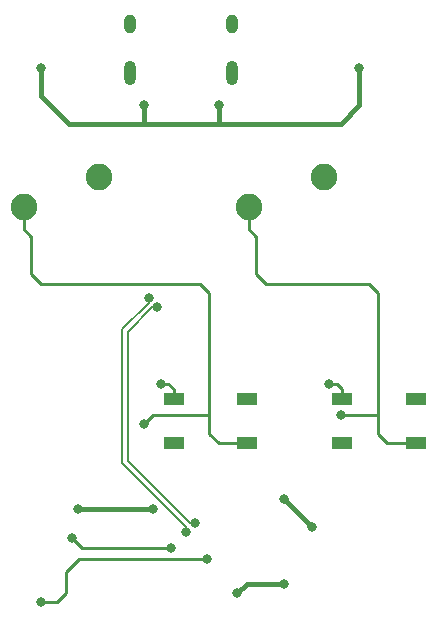
<source format=gtl>
G04 #@! TF.GenerationSoftware,KiCad,Pcbnew,(5.1.10)-1*
G04 #@! TF.CreationDate,2021-06-04T02:05:14+02:00*
G04 #@! TF.ProjectId,Keyboard,4b657962-6f61-4726-942e-6b696361645f,rev?*
G04 #@! TF.SameCoordinates,Original*
G04 #@! TF.FileFunction,Copper,L1,Top*
G04 #@! TF.FilePolarity,Positive*
%FSLAX46Y46*%
G04 Gerber Fmt 4.6, Leading zero omitted, Abs format (unit mm)*
G04 Created by KiCad (PCBNEW (5.1.10)-1) date 2021-06-04 02:05:14*
%MOMM*%
%LPD*%
G01*
G04 APERTURE LIST*
G04 #@! TA.AperFunction,ComponentPad*
%ADD10C,2.250000*%
G04 #@! TD*
G04 #@! TA.AperFunction,ComponentPad*
%ADD11O,1.000000X2.100000*%
G04 #@! TD*
G04 #@! TA.AperFunction,ComponentPad*
%ADD12O,1.000000X1.600000*%
G04 #@! TD*
G04 #@! TA.AperFunction,SMDPad,CuDef*
%ADD13R,1.800000X1.100000*%
G04 #@! TD*
G04 #@! TA.AperFunction,ViaPad*
%ADD14C,0.800000*%
G04 #@! TD*
G04 #@! TA.AperFunction,Conductor*
%ADD15C,0.381000*%
G04 #@! TD*
G04 #@! TA.AperFunction,Conductor*
%ADD16C,0.254000*%
G04 #@! TD*
G04 #@! TA.AperFunction,Conductor*
%ADD17C,0.200000*%
G04 #@! TD*
G04 APERTURE END LIST*
D10*
X83502500Y-52070000D03*
X77152500Y-54610000D03*
D11*
X86167500Y-43292500D03*
X94807500Y-43292500D03*
D12*
X86167500Y-39112500D03*
X94807500Y-39112500D03*
D10*
X102552500Y-52070000D03*
X96202500Y-54610000D03*
D13*
X110331250Y-70912500D03*
X104131250Y-74612500D03*
X110331250Y-74612500D03*
X104131250Y-70912500D03*
X96043750Y-70912500D03*
X89843750Y-74612500D03*
X96043750Y-74612500D03*
X89843750Y-70912500D03*
D14*
X99218750Y-79375000D03*
X95250000Y-87312500D03*
X99218750Y-86518750D03*
X88106250Y-80168750D03*
X81756250Y-80168750D03*
X101600000Y-81756250D03*
X92710000Y-84416900D03*
X78587600Y-88112600D03*
X89611200Y-83489800D03*
X81229200Y-82651600D03*
X93662500Y-46037500D03*
X87312500Y-46037500D03*
X78581250Y-42862500D03*
X105568750Y-42862500D03*
X88773000Y-69596000D03*
X102997000Y-69596000D03*
X87312500Y-73025000D03*
X103981250Y-72231250D03*
X90910018Y-82127482D03*
X87735018Y-62335018D03*
X91652482Y-81385018D03*
X88477482Y-63077482D03*
D15*
X96043750Y-86518750D02*
X99218750Y-86518750D01*
X95250000Y-87312500D02*
X96043750Y-86518750D01*
X88106250Y-80168750D02*
X81756250Y-80168750D01*
X99218750Y-79375000D02*
X101600000Y-81756250D01*
X86167500Y-43292500D02*
X86167500Y-43305000D01*
D16*
X92710000Y-84416900D02*
X81876900Y-84416900D01*
X81876900Y-84416900D02*
X80772000Y-85521800D01*
X80772000Y-85521800D02*
X80772000Y-87287100D01*
X79946500Y-88112600D02*
X78587600Y-88112600D01*
X80772000Y-87287100D02*
X79946500Y-88112600D01*
X82067400Y-83489800D02*
X81229200Y-82651600D01*
X89611200Y-83489800D02*
X82067400Y-83489800D01*
D15*
X78581250Y-42862500D02*
X78581250Y-45243750D01*
X78581250Y-45243750D02*
X80962500Y-47625000D01*
X80962500Y-47625000D02*
X87312500Y-47625000D01*
X87312500Y-47625000D02*
X87312500Y-46037500D01*
X93662500Y-46037500D02*
X93662500Y-47625000D01*
X93662500Y-47625000D02*
X87312500Y-47625000D01*
X93662500Y-47625000D02*
X103981250Y-47625000D01*
X105568750Y-46037500D02*
X105568750Y-42862500D01*
X103981250Y-47625000D02*
X105568750Y-46037500D01*
D16*
X89843750Y-70912500D02*
X89843750Y-70031750D01*
X89408000Y-69596000D02*
X88773000Y-69596000D01*
X89843750Y-70031750D02*
X89408000Y-69596000D01*
X104131250Y-70912500D02*
X104131250Y-70031750D01*
X103695500Y-69596000D02*
X102997000Y-69596000D01*
X104131250Y-70031750D02*
X103695500Y-69596000D01*
X96043750Y-74612500D02*
X93662500Y-74612500D01*
X93662500Y-74612500D02*
X92868750Y-73818750D01*
X92868750Y-61912500D02*
X92075000Y-61118750D01*
X92075000Y-61118750D02*
X78581250Y-61118750D01*
X77152500Y-54610000D02*
X77152500Y-56515000D01*
X77152500Y-56515000D02*
X77787500Y-57150000D01*
X77787500Y-57150000D02*
X77787500Y-60325000D01*
X77787500Y-60325000D02*
X78581250Y-61118750D01*
X88106250Y-72231250D02*
X92868750Y-72231250D01*
X87312500Y-73025000D02*
X88106250Y-72231250D01*
X92868750Y-72231250D02*
X92868750Y-61912500D01*
X92868750Y-73818750D02*
X92868750Y-72231250D01*
X97631250Y-61118750D02*
X96837500Y-60325000D01*
X106362500Y-61118750D02*
X97631250Y-61118750D01*
X107156250Y-61912500D02*
X106362500Y-61118750D01*
X107950000Y-74612500D02*
X107156250Y-73818750D01*
X110331250Y-74612500D02*
X107950000Y-74612500D01*
X96202500Y-54610000D02*
X96202500Y-56515000D01*
X96837500Y-57150000D02*
X96837500Y-60325000D01*
X96202500Y-56515000D02*
X96837500Y-57150000D01*
X107156250Y-73818750D02*
X107156250Y-73025000D01*
X107156250Y-73025000D02*
X107156250Y-61912500D01*
X103981250Y-72231250D02*
X107156250Y-72231250D01*
D17*
X90910018Y-81703217D02*
X85500000Y-76293199D01*
X90910018Y-82127482D02*
X90910018Y-81703217D01*
X87735018Y-62759283D02*
X87735018Y-62335018D01*
X85500000Y-64994301D02*
X87735018Y-62759283D01*
X85500000Y-76293199D02*
X85500000Y-64994301D01*
X91228217Y-81385018D02*
X85950000Y-76106801D01*
X91652482Y-81385018D02*
X91228217Y-81385018D01*
X88053217Y-63077482D02*
X88477482Y-63077482D01*
X85950000Y-65180699D02*
X88053217Y-63077482D01*
X85950000Y-76106801D02*
X85950000Y-65180699D01*
M02*

</source>
